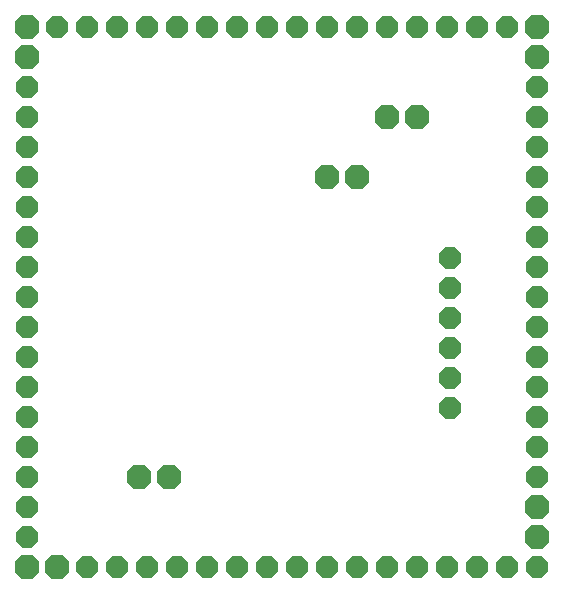
<source format=gbs>
G04 EAGLE Gerber RS-274X export*
G75*
%MOMM*%
%FSLAX34Y34*%
%LPD*%
%INBottom Solder Mask*%
%IPPOS*%
%AMOC8*
5,1,8,0,0,1.08239X$1,22.5*%
G01*
%ADD10P,2.226909X8X112.500000*%
%ADD11P,2.061953X8X292.500000*%
%ADD12P,2.061953X8X112.500000*%
%ADD13P,2.061953X8X22.500000*%
%ADD14P,2.061953X8X202.500000*%
%ADD15P,2.226909X8X22.500000*%


D10*
X457200Y76200D03*
X457200Y50800D03*
D11*
X25400Y355600D03*
X25400Y381000D03*
X25400Y406400D03*
X25400Y431800D03*
X25400Y330200D03*
X25400Y304800D03*
X25400Y279400D03*
X25400Y254000D03*
D12*
X383540Y210820D03*
X383540Y185420D03*
X383540Y160020D03*
X383540Y236220D03*
X383540Y261620D03*
X383540Y287020D03*
X457200Y177800D03*
X457200Y152400D03*
X457200Y127000D03*
X457200Y101600D03*
X457200Y203200D03*
X457200Y228600D03*
X457200Y254000D03*
X457200Y279400D03*
D13*
X330200Y482600D03*
X304800Y482600D03*
X279400Y482600D03*
X254000Y482600D03*
X355600Y482600D03*
X381000Y482600D03*
X406400Y482600D03*
X431800Y482600D03*
D12*
X25400Y127000D03*
X25400Y101600D03*
X25400Y76200D03*
X25400Y50800D03*
X25400Y152400D03*
X25400Y177800D03*
X25400Y203200D03*
X25400Y228600D03*
D13*
X152400Y25400D03*
X127000Y25400D03*
X101600Y25400D03*
X76200Y25400D03*
X177800Y25400D03*
X203200Y25400D03*
X228600Y25400D03*
X254000Y25400D03*
D14*
X152400Y482600D03*
X177800Y482600D03*
X203200Y482600D03*
X228600Y482600D03*
X127000Y482600D03*
X101600Y482600D03*
X76200Y482600D03*
X50800Y482600D03*
D12*
X457200Y355600D03*
X457200Y330200D03*
X457200Y304800D03*
X457200Y381000D03*
X457200Y406400D03*
X457200Y431800D03*
D13*
X304800Y25400D03*
X279400Y25400D03*
X330200Y25400D03*
X355600Y25400D03*
D10*
X25400Y482600D03*
X25400Y457200D03*
D15*
X50800Y25400D03*
X25400Y25400D03*
D10*
X457200Y482600D03*
X457200Y457200D03*
D13*
X406400Y25400D03*
X381000Y25400D03*
X431800Y25400D03*
X457200Y25400D03*
D15*
X355600Y406400D03*
X330200Y406400D03*
X146050Y101600D03*
X120650Y101600D03*
X304800Y355600D03*
X279400Y355600D03*
M02*

</source>
